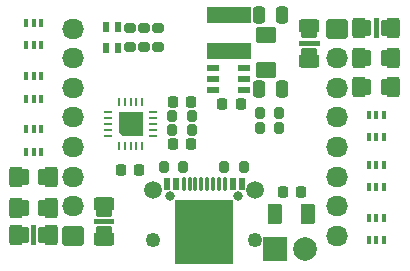
<source format=gbr>
%TF.GenerationSoftware,KiCad,Pcbnew,(6.0.1-0)*%
%TF.CreationDate,2022-01-30T07:56:12+00:00*%
%TF.ProjectId,Generic2,47656e65-7269-4633-922e-6b696361645f,1*%
%TF.SameCoordinates,Original*%
%TF.FileFunction,Soldermask,Top*%
%TF.FilePolarity,Negative*%
%FSLAX46Y46*%
G04 Gerber Fmt 4.6, Leading zero omitted, Abs format (unit mm)*
G04 Created by KiCad (PCBNEW (6.0.1-0)) date 2022-01-30 07:56:12*
%MOMM*%
%LPD*%
G01*
G04 APERTURE LIST*
G04 Aperture macros list*
%AMRoundRect*
0 Rectangle with rounded corners*
0 $1 Rounding radius*
0 $2 $3 $4 $5 $6 $7 $8 $9 X,Y pos of 4 corners*
0 Add a 4 corners polygon primitive as box body*
4,1,4,$2,$3,$4,$5,$6,$7,$8,$9,$2,$3,0*
0 Add four circle primitives for the rounded corners*
1,1,$1+$1,$2,$3*
1,1,$1+$1,$4,$5*
1,1,$1+$1,$6,$7*
1,1,$1+$1,$8,$9*
0 Add four rect primitives between the rounded corners*
20,1,$1+$1,$2,$3,$4,$5,0*
20,1,$1+$1,$4,$5,$6,$7,0*
20,1,$1+$1,$6,$7,$8,$9,0*
20,1,$1+$1,$8,$9,$2,$3,0*%
%AMFreePoly0*
4,1,6,1.000000,-1.000000,-1.000000,-1.000000,-1.000000,0.750000,-0.750000,1.000000,1.000000,1.000000,1.000000,-1.000000,1.000000,-1.000000,$1*%
G04 Aperture macros list end*
%ADD10R,2.000000X2.000000*%
%ADD11C,2.000000*%
%ADD12RoundRect,0.256250X-0.256250X-0.443750X0.256250X-0.443750X0.256250X0.443750X-0.256250X0.443750X0*%
%ADD13RoundRect,0.247500X-0.315000X-0.627500X0.315000X-0.627500X0.315000X0.627500X-0.315000X0.627500X0*%
%ADD14RoundRect,0.256250X-0.443750X0.256250X-0.443750X-0.256250X0.443750X-0.256250X0.443750X0.256250X0*%
%ADD15RoundRect,0.247500X-0.627500X0.315000X-0.627500X-0.315000X0.627500X-0.315000X0.627500X0.315000X0*%
%ADD16RoundRect,0.256250X0.256250X0.443750X-0.256250X0.443750X-0.256250X-0.443750X0.256250X-0.443750X0*%
%ADD17RoundRect,0.247500X0.315000X0.627500X-0.315000X0.627500X-0.315000X-0.627500X0.315000X-0.627500X0*%
%ADD18R,0.600000X1.140000*%
%ADD19C,0.800000*%
%ADD20RoundRect,0.075000X-0.075000X-0.495000X0.075000X-0.495000X0.075000X0.495000X-0.075000X0.495000X0*%
%ADD21C,1.500000*%
%ADD22C,1.250000*%
%ADD23R,5.000000X5.490000*%
%ADD24RoundRect,0.062500X0.062500X-0.287500X0.062500X0.287500X-0.062500X0.287500X-0.062500X-0.287500X0*%
%ADD25RoundRect,0.062500X0.287500X-0.062500X0.287500X0.062500X-0.287500X0.062500X-0.287500X-0.062500X0*%
%ADD26C,0.350000*%
%ADD27FreePoly0,90.000000*%
%ADD28RoundRect,0.200000X0.275000X-0.200000X0.275000X0.200000X-0.275000X0.200000X-0.275000X-0.200000X0*%
%ADD29RoundRect,0.250000X0.375000X0.625000X-0.375000X0.625000X-0.375000X-0.625000X0.375000X-0.625000X0*%
%ADD30RoundRect,0.225000X-0.225000X-0.250000X0.225000X-0.250000X0.225000X0.250000X-0.225000X0.250000X0*%
%ADD31RoundRect,0.200000X0.200000X0.275000X-0.200000X0.275000X-0.200000X-0.275000X0.200000X-0.275000X0*%
%ADD32R,0.400000X0.650000*%
%ADD33RoundRect,0.200000X-0.200000X-0.275000X0.200000X-0.275000X0.200000X0.275000X-0.200000X0.275000X0*%
%ADD34R,0.500000X0.850000*%
%ADD35RoundRect,0.225000X0.225000X0.250000X-0.225000X0.250000X-0.225000X-0.250000X0.225000X-0.250000X0*%
%ADD36RoundRect,0.249375X0.625625X-0.463125X0.625625X0.463125X-0.625625X0.463125X-0.625625X-0.463125X0*%
%ADD37R,3.700000X1.425000*%
%ADD38R,1.100000X0.600000*%
%ADD39RoundRect,0.250000X-0.250000X-0.475000X0.250000X-0.475000X0.250000X0.475000X-0.250000X0.475000X0*%
%ADD40RoundRect,0.250000X0.675000X-0.600000X0.675000X0.600000X-0.675000X0.600000X-0.675000X-0.600000X0*%
%ADD41O,1.850000X1.700000*%
%ADD42RoundRect,0.250000X-0.675000X0.600000X-0.675000X-0.600000X0.675000X-0.600000X0.675000X0.600000X0*%
G04 APERTURE END LIST*
%TO.C,JP8*%
G36*
X162450000Y-90850000D02*
G01*
X162050000Y-90850000D01*
X162050000Y-89150000D01*
X162450000Y-89150000D01*
X162450000Y-90850000D01*
G37*
%TO.C,JP6*%
G36*
X157450000Y-91462500D02*
G01*
X155750000Y-91462500D01*
X155750000Y-91062500D01*
X157450000Y-91062500D01*
X157450000Y-91462500D01*
G37*
%TO.C,JP4*%
G36*
X133450000Y-108350000D02*
G01*
X133050000Y-108350000D01*
X133050000Y-106650000D01*
X133450000Y-106650000D01*
X133450000Y-108350000D01*
G37*
%TO.C,JP2*%
G36*
X140050000Y-106550000D02*
G01*
X138350000Y-106550000D01*
X138350000Y-106150000D01*
X140050000Y-106150000D01*
X140050000Y-106550000D01*
G37*
%TD*%
D10*
%TO.C,J4*%
X153705000Y-108660000D03*
D11*
X156245000Y-108660000D03*
%TD*%
D12*
%TO.C,JP8*%
X161337500Y-90000000D03*
D13*
X160787500Y-90000000D03*
D12*
X163162500Y-90000000D03*
D13*
X163712500Y-90000000D03*
%TD*%
D12*
%TO.C,JP7*%
X161337500Y-92500000D03*
D13*
X160787500Y-92500000D03*
D12*
X163162500Y-92500000D03*
D13*
X163712500Y-92500000D03*
%TD*%
D14*
%TO.C,JP6*%
X156600000Y-90350000D03*
D15*
X156600000Y-89800000D03*
D14*
X156600000Y-92175000D03*
D15*
X156600000Y-92725000D03*
%TD*%
D12*
%TO.C,JP5*%
X161337500Y-95000000D03*
D13*
X160787500Y-95000000D03*
D12*
X163162500Y-95000000D03*
D13*
X163712500Y-95000000D03*
%TD*%
D16*
%TO.C,JP4*%
X134162500Y-107500000D03*
D17*
X134712500Y-107500000D03*
D16*
X132337500Y-107500000D03*
D17*
X131787500Y-107500000D03*
%TD*%
D16*
%TO.C,JP3*%
X134162500Y-105250000D03*
D17*
X134712500Y-105250000D03*
D16*
X132337500Y-105250000D03*
D17*
X131787500Y-105250000D03*
%TD*%
D14*
%TO.C,JP2*%
X139200000Y-105437500D03*
D15*
X139200000Y-104887500D03*
D14*
X139200000Y-107262500D03*
D15*
X139200000Y-107812500D03*
%TD*%
D16*
%TO.C,JP1*%
X134162500Y-102600000D03*
D17*
X134712500Y-102600000D03*
D16*
X132337500Y-102600000D03*
D17*
X131787500Y-102600000D03*
%TD*%
D18*
%TO.C,J3*%
X144500000Y-103140000D03*
D19*
X144810000Y-104210000D03*
X150590000Y-104210000D03*
D18*
X150900000Y-103140000D03*
D20*
X145950000Y-103140000D03*
X149450000Y-103140000D03*
X146450000Y-103140000D03*
X148950000Y-103140000D03*
X146950000Y-103140000D03*
X148450000Y-103140000D03*
X147450000Y-103140000D03*
X147950000Y-103140000D03*
D21*
X143380000Y-103720000D03*
X152020000Y-103720000D03*
D22*
X143380000Y-107890000D03*
X152020000Y-107890000D03*
D18*
X150100000Y-103140000D03*
X145300000Y-103140000D03*
D23*
X147700000Y-107255000D03*
%TD*%
D24*
%TO.C,U2*%
X140450000Y-100000000D03*
X140950000Y-100000000D03*
X141450000Y-100000000D03*
X141950000Y-100000000D03*
X142450000Y-100000000D03*
D25*
X143350000Y-99100000D03*
X143350000Y-98600000D03*
X143350000Y-98100000D03*
X143350000Y-97600000D03*
X143350000Y-97100000D03*
D24*
X142450000Y-96200000D03*
X141950000Y-96200000D03*
X141450000Y-96200000D03*
X140950000Y-96200000D03*
X140450000Y-96200000D03*
D25*
X139550000Y-97100000D03*
X139550000Y-97600000D03*
X139550000Y-98100000D03*
X139550000Y-98600000D03*
X139550000Y-99100000D03*
D26*
X141450000Y-98100000D03*
D27*
X141450000Y-98100000D03*
%TD*%
D28*
%TO.C,R3*%
X142600000Y-91583217D03*
X142600000Y-89933217D03*
%TD*%
D29*
%TO.C,D2*%
X156440000Y-105700000D03*
X153640000Y-105700000D03*
%TD*%
D30*
%TO.C,C1*%
X140605000Y-101980000D03*
X142155000Y-101980000D03*
%TD*%
D31*
%TO.C,R5*%
X151050000Y-101700000D03*
X149400000Y-101700000D03*
%TD*%
D32*
%TO.C,D4*%
X133900000Y-94050000D03*
X133250000Y-94050000D03*
X132600000Y-94050000D03*
X132600000Y-95950000D03*
X133250000Y-95950000D03*
X133900000Y-95950000D03*
%TD*%
%TO.C,D3*%
X133900000Y-98550000D03*
X133250000Y-98550000D03*
X132600000Y-98550000D03*
X132600000Y-100450000D03*
X133250000Y-100450000D03*
X133900000Y-100450000D03*
%TD*%
D31*
%TO.C,R4*%
X145925000Y-101700000D03*
X144275000Y-101700000D03*
%TD*%
%TO.C,R6*%
X146625000Y-97400000D03*
X144975000Y-97400000D03*
%TD*%
D33*
%TO.C,R7*%
X144975000Y-98600000D03*
X146625000Y-98600000D03*
%TD*%
D34*
%TO.C,D1*%
X140400000Y-89883217D03*
X140400000Y-91633217D03*
X139400000Y-91633217D03*
X139400000Y-89883217D03*
%TD*%
D28*
%TO.C,R1*%
X141400000Y-91583217D03*
X141400000Y-89933217D03*
%TD*%
%TO.C,R2*%
X143800000Y-91583217D03*
X143800000Y-89933217D03*
%TD*%
D35*
%TO.C,C4*%
X155875000Y-103900000D03*
X154325000Y-103900000D03*
%TD*%
%TO.C,C2*%
X146575000Y-96200000D03*
X145025000Y-96200000D03*
%TD*%
%TO.C,C3*%
X146575000Y-99800000D03*
X145025000Y-99800000D03*
%TD*%
D32*
%TO.C,D8*%
X161600000Y-103450000D03*
X162250000Y-103450000D03*
X162900000Y-103450000D03*
X162900000Y-101550000D03*
X162250000Y-101550000D03*
X161600000Y-101550000D03*
%TD*%
D31*
%TO.C,R9*%
X154025000Y-98400000D03*
X152375000Y-98400000D03*
%TD*%
D32*
%TO.C,D9*%
X161600000Y-107950000D03*
X162250000Y-107950000D03*
X162900000Y-107950000D03*
X162900000Y-106050000D03*
X162250000Y-106050000D03*
X161600000Y-106050000D03*
%TD*%
%TO.C,D7*%
X161600000Y-99200000D03*
X162250000Y-99200000D03*
X162900000Y-99200000D03*
X162900000Y-97300000D03*
X162250000Y-97300000D03*
X161600000Y-97300000D03*
%TD*%
D31*
%TO.C,R8*%
X154025000Y-97200000D03*
X152375000Y-97200000D03*
%TD*%
D32*
%TO.C,D5*%
X133900000Y-89550000D03*
X133250000Y-89550000D03*
X132600000Y-89550000D03*
X132600000Y-91450000D03*
X133250000Y-91450000D03*
X133900000Y-91450000D03*
%TD*%
D35*
%TO.C,U3*%
X150765000Y-96390000D03*
D36*
X152910000Y-93492500D03*
D37*
X149790000Y-91890000D03*
D38*
X151090000Y-93340000D03*
D35*
X149215000Y-96390000D03*
D38*
X148390000Y-93340000D03*
X151090000Y-95240000D03*
D39*
X152340000Y-95140000D03*
D38*
X151090000Y-94290000D03*
D39*
X154240000Y-88890000D03*
X154240000Y-95140000D03*
D36*
X152910000Y-90527500D03*
D38*
X148390000Y-94290000D03*
D39*
X152340000Y-88890000D03*
D37*
X149790000Y-88890000D03*
D38*
X148390000Y-95240000D03*
%TD*%
D40*
%TO.C,J1*%
X136600000Y-107550000D03*
D41*
X136600000Y-105050000D03*
X136600000Y-102550000D03*
X136600000Y-100050000D03*
X136600000Y-97550000D03*
X136600000Y-95050000D03*
X136600000Y-92550000D03*
X136600000Y-90050000D03*
%TD*%
D42*
%TO.C,J2*%
X158900000Y-90050000D03*
D41*
X158900000Y-92550000D03*
X158900000Y-95050000D03*
X158900000Y-97550000D03*
X158900000Y-100050000D03*
X158900000Y-102550000D03*
X158900000Y-105050000D03*
X158900000Y-107550000D03*
%TD*%
M02*

</source>
